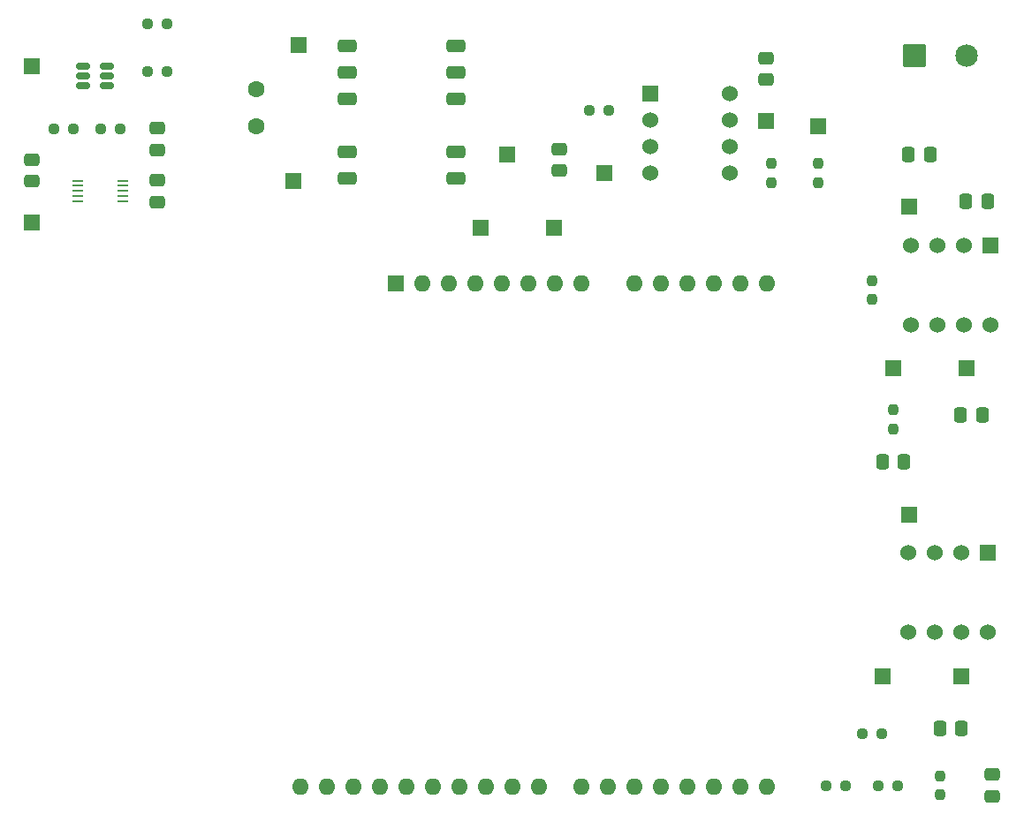
<source format=gbr>
%TF.GenerationSoftware,KiCad,Pcbnew,8.0.8*%
%TF.CreationDate,2025-03-06T15:39:58+05:30*%
%TF.ProjectId,bandara_ckt_pcb_naveen,62616e64-6172-4615-9f63-6b745f706362,v1*%
%TF.SameCoordinates,Original*%
%TF.FileFunction,Soldermask,Top*%
%TF.FilePolarity,Negative*%
%FSLAX46Y46*%
G04 Gerber Fmt 4.6, Leading zero omitted, Abs format (unit mm)*
G04 Created by KiCad (PCBNEW 8.0.8) date 2025-03-06 15:39:58*
%MOMM*%
%LPD*%
G01*
G04 APERTURE LIST*
G04 Aperture macros list*
%AMRoundRect*
0 Rectangle with rounded corners*
0 $1 Rounding radius*
0 $2 $3 $4 $5 $6 $7 $8 $9 X,Y pos of 4 corners*
0 Add a 4 corners polygon primitive as box body*
4,1,4,$2,$3,$4,$5,$6,$7,$8,$9,$2,$3,0*
0 Add four circle primitives for the rounded corners*
1,1,$1+$1,$2,$3*
1,1,$1+$1,$4,$5*
1,1,$1+$1,$6,$7*
1,1,$1+$1,$8,$9*
0 Add four rect primitives between the rounded corners*
20,1,$1+$1,$2,$3,$4,$5,0*
20,1,$1+$1,$4,$5,$6,$7,0*
20,1,$1+$1,$6,$7,$8,$9,0*
20,1,$1+$1,$8,$9,$2,$3,0*%
G04 Aperture macros list end*
%ADD10RoundRect,0.237500X0.250000X0.237500X-0.250000X0.237500X-0.250000X-0.237500X0.250000X-0.237500X0*%
%ADD11R,1.500000X1.500000*%
%ADD12RoundRect,0.237500X-0.237500X0.250000X-0.237500X-0.250000X0.237500X-0.250000X0.237500X0.250000X0*%
%ADD13RoundRect,0.250000X0.337500X0.475000X-0.337500X0.475000X-0.337500X-0.475000X0.337500X-0.475000X0*%
%ADD14RoundRect,0.300000X0.600000X0.300000X-0.600000X0.300000X-0.600000X-0.300000X0.600000X-0.300000X0*%
%ADD15RoundRect,0.150000X-0.512500X-0.150000X0.512500X-0.150000X0.512500X0.150000X-0.512500X0.150000X0*%
%ADD16RoundRect,0.250000X-0.475000X0.337500X-0.475000X-0.337500X0.475000X-0.337500X0.475000X0.337500X0*%
%ADD17R,1.524000X1.524000*%
%ADD18C,1.524000*%
%ADD19R,1.600000X1.600000*%
%ADD20O,1.600000X1.600000*%
%ADD21RoundRect,0.250000X0.475000X-0.337500X0.475000X0.337500X-0.475000X0.337500X-0.475000X-0.337500X0*%
%ADD22RoundRect,0.250000X-0.337500X-0.475000X0.337500X-0.475000X0.337500X0.475000X-0.337500X0.475000X0*%
%ADD23RoundRect,0.102000X-0.975000X-0.975000X0.975000X-0.975000X0.975000X0.975000X-0.975000X0.975000X0*%
%ADD24C,2.154000*%
%ADD25RoundRect,0.237500X-0.250000X-0.237500X0.250000X-0.237500X0.250000X0.237500X-0.250000X0.237500X0*%
%ADD26C,1.600000*%
%ADD27R,1.100000X0.250000*%
G04 APERTURE END LIST*
D10*
%TO.C,R4*%
X59412500Y-52000000D03*
X57587500Y-52000000D03*
%TD*%
D11*
%TO.C,TP3*%
X46500000Y-51500000D03*
%TD*%
D10*
%TO.C,R5*%
X101722500Y-55770000D03*
X99897500Y-55770000D03*
%TD*%
D12*
%TO.C,R6*%
X117310000Y-60857500D03*
X117310000Y-62682500D03*
%TD*%
D13*
%TO.C,C8*%
X132537500Y-60000000D03*
X130462500Y-60000000D03*
%TD*%
D14*
%TO.C,U4*%
X76666000Y-49620000D03*
X76666000Y-52160000D03*
X76666000Y-54700000D03*
X76666000Y-59772000D03*
X76666000Y-62312000D03*
X87062000Y-62312000D03*
X87062000Y-59772000D03*
X87062000Y-54700000D03*
X87062000Y-52160000D03*
X87062000Y-49620000D03*
%TD*%
D11*
%TO.C,TP12*%
X136000000Y-80500000D03*
%TD*%
D15*
%TO.C,U1*%
X51362500Y-51500000D03*
X51362500Y-52450000D03*
X51362500Y-53400000D03*
X53637500Y-53400000D03*
X53637500Y-52450000D03*
X53637500Y-51500000D03*
%TD*%
D16*
%TO.C,C10*%
X138500000Y-119462500D03*
X138500000Y-121537500D03*
%TD*%
D13*
%TO.C,C7*%
X138037500Y-64500000D03*
X135962500Y-64500000D03*
%TD*%
D17*
%TO.C,U3*%
X105690000Y-54190000D03*
D18*
X105690000Y-56730000D03*
X105690000Y-59270000D03*
X105690000Y-61810000D03*
X113310000Y-61810000D03*
X113310000Y-59270000D03*
X113310000Y-56730000D03*
X113310000Y-54190000D03*
%TD*%
D19*
%TO.C,A1*%
X81325000Y-72370000D03*
D20*
X83865000Y-72370000D03*
X86405000Y-72370000D03*
X88945000Y-72370000D03*
X91485000Y-72370000D03*
X94025000Y-72370000D03*
X96565000Y-72370000D03*
X99105000Y-72370000D03*
X104185000Y-72370000D03*
X106725000Y-72370000D03*
X109265000Y-72370000D03*
X111805000Y-72370000D03*
X114345000Y-72370000D03*
X116885000Y-72370000D03*
X116885000Y-120630000D03*
X114345000Y-120630000D03*
X111805000Y-120630000D03*
X109265000Y-120630000D03*
X106725000Y-120630000D03*
X104185000Y-120630000D03*
X101645000Y-120630000D03*
X99105000Y-120630000D03*
X95045000Y-120630000D03*
X92505000Y-120630000D03*
X89965000Y-120630000D03*
X87425000Y-120630000D03*
X84885000Y-120630000D03*
X82345000Y-120630000D03*
X79805000Y-120630000D03*
X77265000Y-120630000D03*
X74725000Y-120630000D03*
X72185000Y-120630000D03*
%TD*%
D11*
%TO.C,TP9*%
X71500000Y-62500000D03*
%TD*%
D10*
%TO.C,R11*%
X129412500Y-120500000D03*
X127587500Y-120500000D03*
%TD*%
D21*
%TO.C,C1*%
X58500000Y-64537500D03*
X58500000Y-62462500D03*
%TD*%
D12*
%TO.C,R10*%
X129000000Y-84500000D03*
X129000000Y-86325000D03*
%TD*%
D11*
%TO.C,TP5*%
X92000000Y-60000000D03*
%TD*%
D10*
%TO.C,R12*%
X124412500Y-120500000D03*
X122587500Y-120500000D03*
%TD*%
D11*
%TO.C,TP6*%
X101310000Y-61770000D03*
%TD*%
D21*
%TO.C,C2*%
X58500000Y-59537500D03*
X58500000Y-57462500D03*
%TD*%
D11*
%TO.C,TP1*%
X96500000Y-67000000D03*
%TD*%
%TO.C,TP2*%
X89500000Y-67000000D03*
%TD*%
D22*
%TO.C,C11*%
X127962500Y-89500000D03*
X130037500Y-89500000D03*
%TD*%
D12*
%TO.C,R9*%
X133500000Y-119587500D03*
X133500000Y-121412500D03*
%TD*%
D11*
%TO.C,TP15*%
X128000000Y-110000000D03*
%TD*%
D12*
%TO.C,R8*%
X127000000Y-72087500D03*
X127000000Y-73912500D03*
%TD*%
D10*
%TO.C,R1*%
X50412500Y-57500000D03*
X48587500Y-57500000D03*
%TD*%
D11*
%TO.C,TP10*%
X72000000Y-49500000D03*
%TD*%
%TO.C,TP13*%
X129000000Y-80500000D03*
%TD*%
D22*
%TO.C,C9*%
X135462500Y-85000000D03*
X137537500Y-85000000D03*
%TD*%
D11*
%TO.C,TP8*%
X116810000Y-56770000D03*
%TD*%
D12*
%TO.C,R7*%
X121810000Y-60857500D03*
X121810000Y-62682500D03*
%TD*%
D11*
%TO.C,TP4*%
X46500000Y-66500000D03*
%TD*%
D23*
%TO.C,J1*%
X131052500Y-50500000D03*
D24*
X136052500Y-50500000D03*
%TD*%
D25*
%TO.C,R13*%
X126087500Y-115500000D03*
X127912500Y-115500000D03*
%TD*%
D16*
%TO.C,C5*%
X116810000Y-50732500D03*
X116810000Y-52807500D03*
%TD*%
D21*
%TO.C,C3*%
X46500000Y-62537500D03*
X46500000Y-60462500D03*
%TD*%
D11*
%TO.C,TP7*%
X121810000Y-57270000D03*
%TD*%
D17*
%TO.C,U6*%
X138040000Y-98190000D03*
D18*
X135500000Y-98190000D03*
X132960000Y-98190000D03*
X130420000Y-98190000D03*
X130420000Y-105810000D03*
X132960000Y-105810000D03*
X135500000Y-105810000D03*
X138040000Y-105810000D03*
%TD*%
D11*
%TO.C,TP11*%
X130500000Y-65000000D03*
%TD*%
D17*
%TO.C,U5*%
X138310000Y-68690000D03*
D18*
X135770000Y-68690000D03*
X133230000Y-68690000D03*
X130690000Y-68690000D03*
X130690000Y-76310000D03*
X133230000Y-76310000D03*
X135770000Y-76310000D03*
X138310000Y-76310000D03*
%TD*%
D25*
%TO.C,R3*%
X53087500Y-57500000D03*
X54912500Y-57500000D03*
%TD*%
D10*
%TO.C,R2*%
X59412500Y-47500000D03*
X57587500Y-47500000D03*
%TD*%
D11*
%TO.C,TP16*%
X130500000Y-94500000D03*
%TD*%
%TO.C,TP14*%
X135500000Y-110000000D03*
%TD*%
D26*
%TO.C,C6*%
X68000000Y-57250000D03*
X68000000Y-53750000D03*
%TD*%
D16*
%TO.C,C4*%
X97000000Y-59462500D03*
X97000000Y-61537500D03*
%TD*%
D27*
%TO.C,U2*%
X50850000Y-62500000D03*
X50850000Y-63000000D03*
X50850000Y-63500000D03*
X50850000Y-64000000D03*
X50850000Y-64500000D03*
X55150000Y-64500000D03*
X55150000Y-64000000D03*
X55150000Y-63500000D03*
X55150000Y-63000000D03*
X55150000Y-62500000D03*
%TD*%
D22*
%TO.C,C12*%
X133462500Y-115000000D03*
X135537500Y-115000000D03*
%TD*%
M02*

</source>
